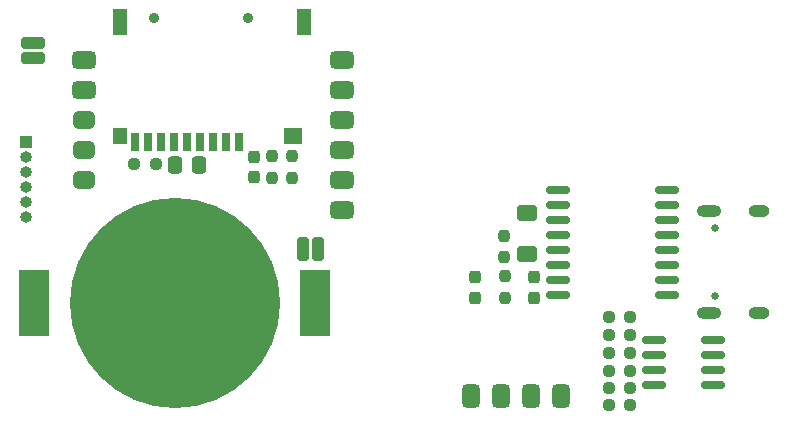
<source format=gbr>
%TF.GenerationSoftware,KiCad,Pcbnew,8.0.6*%
%TF.CreationDate,2024-11-01T17:42:55+02:00*%
%TF.ProjectId,gps_tracer,6770735f-7472-4616-9365-722e6b696361,rev?*%
%TF.SameCoordinates,Original*%
%TF.FileFunction,Soldermask,Bot*%
%TF.FilePolarity,Negative*%
%FSLAX46Y46*%
G04 Gerber Fmt 4.6, Leading zero omitted, Abs format (unit mm)*
G04 Created by KiCad (PCBNEW 8.0.6) date 2024-11-01 17:42:55*
%MOMM*%
%LPD*%
G01*
G04 APERTURE LIST*
G04 Aperture macros list*
%AMRoundRect*
0 Rectangle with rounded corners*
0 $1 Rounding radius*
0 $2 $3 $4 $5 $6 $7 $8 $9 X,Y pos of 4 corners*
0 Add a 4 corners polygon primitive as box body*
4,1,4,$2,$3,$4,$5,$6,$7,$8,$9,$2,$3,0*
0 Add four circle primitives for the rounded corners*
1,1,$1+$1,$2,$3*
1,1,$1+$1,$4,$5*
1,1,$1+$1,$6,$7*
1,1,$1+$1,$8,$9*
0 Add four rect primitives between the rounded corners*
20,1,$1+$1,$2,$3,$4,$5,0*
20,1,$1+$1,$4,$5,$6,$7,0*
20,1,$1+$1,$6,$7,$8,$9,0*
20,1,$1+$1,$8,$9,$2,$3,0*%
G04 Aperture macros list end*
%ADD10C,0.650000*%
%ADD11O,2.100000X1.000000*%
%ADD12O,1.800000X1.000000*%
%ADD13RoundRect,0.375000X-0.625000X-0.375000X0.625000X-0.375000X0.625000X0.375000X-0.625000X0.375000X0*%
%ADD14RoundRect,0.375000X-0.525000X-0.375000X0.525000X-0.375000X0.525000X0.375000X-0.525000X0.375000X0*%
%ADD15RoundRect,0.250000X0.750000X0.250000X-0.750000X0.250000X-0.750000X-0.250000X0.750000X-0.250000X0*%
%ADD16RoundRect,0.250000X-0.250000X0.750000X-0.250000X-0.750000X0.250000X-0.750000X0.250000X0.750000X0*%
%ADD17RoundRect,0.375000X-0.375000X0.625000X-0.375000X-0.625000X0.375000X-0.625000X0.375000X0.625000X0*%
%ADD18RoundRect,0.237500X-0.250000X-0.237500X0.250000X-0.237500X0.250000X0.237500X-0.250000X0.237500X0*%
%ADD19RoundRect,0.150000X-0.825000X-0.150000X0.825000X-0.150000X0.825000X0.150000X-0.825000X0.150000X0*%
%ADD20RoundRect,0.237500X-0.237500X0.250000X-0.237500X-0.250000X0.237500X-0.250000X0.237500X0.250000X0*%
%ADD21RoundRect,0.237500X0.237500X-0.250000X0.237500X0.250000X-0.237500X0.250000X-0.237500X-0.250000X0*%
%ADD22RoundRect,0.237500X0.237500X-0.300000X0.237500X0.300000X-0.237500X0.300000X-0.237500X-0.300000X0*%
%ADD23RoundRect,0.250000X-0.600000X0.400000X-0.600000X-0.400000X0.600000X-0.400000X0.600000X0.400000X0*%
%ADD24RoundRect,0.250000X0.337500X0.475000X-0.337500X0.475000X-0.337500X-0.475000X0.337500X-0.475000X0*%
%ADD25RoundRect,0.150000X0.875000X0.150000X-0.875000X0.150000X-0.875000X-0.150000X0.875000X-0.150000X0*%
%ADD26RoundRect,0.237500X0.250000X0.237500X-0.250000X0.237500X-0.250000X-0.237500X0.250000X-0.237500X0*%
%ADD27R,2.600000X5.560000*%
%ADD28C,17.800000*%
%ADD29RoundRect,0.237500X-0.237500X0.300000X-0.237500X-0.300000X0.237500X-0.300000X0.237500X0.300000X0*%
%ADD30C,0.900000*%
%ADD31R,0.700000X1.600000*%
%ADD32R,1.200000X2.200000*%
%ADD33R,1.600000X1.400000*%
%ADD34R,1.200000X1.400000*%
%ADD35R,1.000000X1.000000*%
%ADD36O,1.000000X1.000000*%
G04 APERTURE END LIST*
D10*
%TO.C,P1*%
X108037400Y-64561200D03*
X108037400Y-58781200D03*
D11*
X107517400Y-65991200D03*
D12*
X111717400Y-65991200D03*
D11*
X107517400Y-57351200D03*
D12*
X111717400Y-57351200D03*
%TD*%
D13*
%TO.C,U7*%
X54620000Y-44580000D03*
X54620000Y-47120000D03*
D14*
X54620000Y-49660000D03*
X54620000Y-52200000D03*
X54620000Y-54740000D03*
D13*
X76464000Y-57280000D03*
X76464000Y-54740000D03*
X76464000Y-52200000D03*
X76464000Y-49660000D03*
X76464000Y-47120000D03*
X76464000Y-44580000D03*
%TD*%
D15*
%TO.C,J4*%
X50240000Y-44450000D03*
X50240000Y-43180000D03*
%TD*%
D16*
%TO.C,J1*%
X74440000Y-60560000D03*
X73170000Y-60560000D03*
%TD*%
D17*
%TO.C,U6*%
X94945200Y-73075800D03*
X92405200Y-73075800D03*
X89865200Y-73075800D03*
X87325200Y-73075800D03*
%TD*%
D18*
%TO.C,R29*%
X99007500Y-70900000D03*
X100832500Y-70900000D03*
%TD*%
%TO.C,JP1*%
X99015000Y-67850000D03*
X100840000Y-67850000D03*
%TD*%
D19*
%TO.C,U13*%
X102865000Y-72105000D03*
X102865000Y-70835000D03*
X102865000Y-69565000D03*
X102865000Y-68295000D03*
X107815000Y-68295000D03*
X107815000Y-69565000D03*
X107815000Y-70835000D03*
X107815000Y-72105000D03*
%TD*%
D20*
%TO.C,R10*%
X72210000Y-52730000D03*
X72210000Y-54555000D03*
%TD*%
D21*
%TO.C,R31*%
X90190000Y-61310000D03*
X90190000Y-59485000D03*
%TD*%
D22*
%TO.C,C16*%
X69010000Y-54520000D03*
X69010000Y-52795000D03*
%TD*%
D18*
%TO.C,JP3*%
X99005000Y-72370000D03*
X100830000Y-72370000D03*
%TD*%
D22*
%TO.C,C27*%
X92660000Y-64700000D03*
X92660000Y-62975000D03*
%TD*%
D18*
%TO.C,R28*%
X99035000Y-66320000D03*
X100860000Y-66320000D03*
%TD*%
%TO.C,JP2*%
X99005000Y-69370000D03*
X100830000Y-69370000D03*
%TD*%
D23*
%TO.C,D3*%
X92130000Y-57520000D03*
X92130000Y-61020000D03*
%TD*%
D20*
%TO.C,JP4*%
X90230000Y-62920000D03*
X90230000Y-64745000D03*
%TD*%
D24*
%TO.C,C1*%
X64345000Y-53480000D03*
X62270000Y-53480000D03*
%TD*%
D25*
%TO.C,U14*%
X103990000Y-55580000D03*
X103990000Y-56850000D03*
X103990000Y-58120000D03*
X103990000Y-59390000D03*
X103990000Y-60660000D03*
X103990000Y-61930000D03*
X103990000Y-63200000D03*
X103990000Y-64470000D03*
X94690000Y-64470000D03*
X94690000Y-63200000D03*
X94690000Y-61930000D03*
X94690000Y-60660000D03*
X94690000Y-59390000D03*
X94690000Y-58120000D03*
X94690000Y-56850000D03*
X94690000Y-55580000D03*
%TD*%
D26*
%TO.C,R12*%
X60670000Y-53400000D03*
X58845000Y-53400000D03*
%TD*%
D27*
%TO.C,BT1*%
X50370000Y-65130000D03*
X74180000Y-65130000D03*
D28*
X62275000Y-65130000D03*
%TD*%
D20*
%TO.C,R24*%
X70550000Y-52730000D03*
X70550000Y-54555000D03*
%TD*%
D29*
%TO.C,C28*%
X87720000Y-62980000D03*
X87720000Y-64705000D03*
%TD*%
D18*
%TO.C,R30*%
X99005000Y-73830000D03*
X100830000Y-73830000D03*
%TD*%
D30*
%TO.C,J5*%
X68480000Y-41010000D03*
X60480000Y-41010000D03*
D31*
X67680000Y-51510000D03*
X66580000Y-51510000D03*
X65480000Y-51510000D03*
X64380000Y-51510000D03*
X63280000Y-51510000D03*
X62180000Y-51510000D03*
X61080000Y-51510000D03*
X59980000Y-51510000D03*
X58880000Y-51510000D03*
D32*
X73180000Y-41410000D03*
D33*
X72280000Y-51010000D03*
D34*
X57680000Y-51010000D03*
D32*
X57680000Y-41410000D03*
%TD*%
D35*
%TO.C,J2*%
X49650000Y-51500000D03*
D36*
X49650000Y-52770000D03*
X49650000Y-54040000D03*
X49650000Y-55310000D03*
X49650000Y-56580000D03*
X49650000Y-57850000D03*
%TD*%
M02*

</source>
